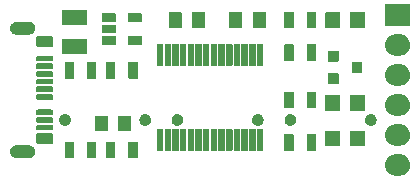
<source format=gts>
%TF.GenerationSoftware,KiCad,Pcbnew,7.0.11*%
%TF.CreationDate,2025-12-26T11:46:50-08:00*%
%TF.ProjectId,uart-friend-c,75617274-2d66-4726-9965-6e642d632e6b,rev?*%
%TF.SameCoordinates,PX9765530PY6521e48*%
%TF.FileFunction,Soldermask,Top*%
%TF.FilePolarity,Negative*%
%FSLAX46Y46*%
G04 Gerber Fmt 4.6, Leading zero omitted, Abs format (unit mm)*
G04 Created by KiCad (PCBNEW 7.0.11) date 2025-12-26 11:46:50*
%MOMM*%
%LPD*%
G01*
G04 APERTURE LIST*
G04 APERTURE END LIST*
G36*
X29998584Y3453476D02*
G01*
X30088548Y3448913D01*
X30137282Y3438899D01*
X30187348Y3433636D01*
X30229439Y3419960D01*
X30270824Y3411455D01*
X30318248Y3391104D01*
X30368995Y3374615D01*
X30404674Y3354016D01*
X30440646Y3338579D01*
X30485573Y3307309D01*
X30534401Y3279118D01*
X30562751Y3253592D01*
X30592324Y3233008D01*
X30632194Y3191064D01*
X30676337Y3151318D01*
X30696966Y3122925D01*
X30719650Y3099061D01*
X30751927Y3047277D01*
X30788601Y2996800D01*
X30801629Y2967538D01*
X30817402Y2942233D01*
X30839692Y2882046D01*
X30866285Y2822318D01*
X30872308Y2793979D01*
X30881586Y2768929D01*
X30891786Y2702344D01*
X30905995Y2635497D01*
X30905995Y2609594D01*
X30909569Y2586263D01*
X30905995Y2515788D01*
X30905995Y2444503D01*
X30901247Y2422167D01*
X30900209Y2401694D01*
X30881705Y2330232D01*
X30866285Y2257682D01*
X30858246Y2239628D01*
X30853887Y2222790D01*
X30819915Y2153533D01*
X30788601Y2083200D01*
X30778795Y2069704D01*
X30772504Y2056878D01*
X30723186Y1993165D01*
X30676337Y1928682D01*
X30666227Y1919580D01*
X30659383Y1910737D01*
X30595492Y1855890D01*
X30534401Y1800882D01*
X30525286Y1795620D01*
X30519162Y1790362D01*
X30441958Y1747511D01*
X30368995Y1705385D01*
X30361924Y1703088D01*
X30357583Y1700678D01*
X30268166Y1672624D01*
X30187348Y1646364D01*
X30183020Y1645910D01*
X30181251Y1645354D01*
X30072923Y1634338D01*
X29997400Y1626400D01*
X29994869Y1626400D01*
X29693870Y1626400D01*
X29692600Y1626400D01*
X29691415Y1626525D01*
X29601451Y1631088D01*
X29552725Y1641102D01*
X29502652Y1646364D01*
X29460553Y1660043D01*
X29419175Y1668546D01*
X29371756Y1688895D01*
X29321005Y1705385D01*
X29285321Y1725987D01*
X29249353Y1741422D01*
X29204428Y1772691D01*
X29155599Y1800882D01*
X29127247Y1826411D01*
X29097675Y1846993D01*
X29057804Y1888937D01*
X29013663Y1928682D01*
X28993033Y1957076D01*
X28970349Y1980940D01*
X28938069Y2032728D01*
X28901399Y2083200D01*
X28888371Y2112460D01*
X28872597Y2137768D01*
X28850303Y2197963D01*
X28823715Y2257682D01*
X28817692Y2286018D01*
X28808413Y2311072D01*
X28798210Y2377672D01*
X28784005Y2444503D01*
X28784005Y2470402D01*
X28780430Y2493738D01*
X28784005Y2564234D01*
X28784005Y2635497D01*
X28788751Y2657828D01*
X28789790Y2678307D01*
X28808299Y2749796D01*
X28823715Y2822318D01*
X28831750Y2840367D01*
X28836112Y2857211D01*
X28870099Y2926501D01*
X28901399Y2996800D01*
X28911200Y3010291D01*
X28917495Y3023123D01*
X28966840Y3086873D01*
X29013663Y3151318D01*
X29023766Y3160416D01*
X29030616Y3169264D01*
X29094551Y3224151D01*
X29155599Y3279118D01*
X29164706Y3284377D01*
X29170837Y3289639D01*
X29248111Y3332531D01*
X29321005Y3374615D01*
X29328069Y3376911D01*
X29332416Y3379323D01*
X29421951Y3407415D01*
X29502652Y3433636D01*
X29506973Y3434091D01*
X29508748Y3434647D01*
X29617212Y3445677D01*
X29692600Y3453600D01*
X29997400Y3453600D01*
X29998584Y3453476D01*
G37*
G36*
X2419134Y4491194D02*
G01*
X2435355Y4480355D01*
X2446194Y4464134D01*
X2450000Y4445000D01*
X2450000Y3145000D01*
X2446194Y3125866D01*
X2435355Y3109645D01*
X2419134Y3098806D01*
X2400000Y3095000D01*
X1700000Y3095000D01*
X1680866Y3098806D01*
X1664645Y3109645D01*
X1653806Y3125866D01*
X1650000Y3145000D01*
X1650000Y4445000D01*
X1653806Y4464134D01*
X1664645Y4480355D01*
X1680866Y4491194D01*
X1700000Y4495000D01*
X2400000Y4495000D01*
X2419134Y4491194D01*
G37*
G36*
X4319134Y4491194D02*
G01*
X4335355Y4480355D01*
X4346194Y4464134D01*
X4350000Y4445000D01*
X4350000Y3145000D01*
X4346194Y3125866D01*
X4335355Y3109645D01*
X4319134Y3098806D01*
X4300000Y3095000D01*
X3600000Y3095000D01*
X3580866Y3098806D01*
X3564645Y3109645D01*
X3553806Y3125866D01*
X3550000Y3145000D01*
X3550000Y4445000D01*
X3553806Y4464134D01*
X3564645Y4480355D01*
X3580866Y4491194D01*
X3600000Y4495000D01*
X4300000Y4495000D01*
X4319134Y4491194D01*
G37*
G36*
X5919134Y4491194D02*
G01*
X5935355Y4480355D01*
X5946194Y4464134D01*
X5950000Y4445000D01*
X5950000Y3145000D01*
X5946194Y3125866D01*
X5935355Y3109645D01*
X5919134Y3098806D01*
X5900000Y3095000D01*
X5200000Y3095000D01*
X5180866Y3098806D01*
X5164645Y3109645D01*
X5153806Y3125866D01*
X5150000Y3145000D01*
X5150000Y4445000D01*
X5153806Y4464134D01*
X5164645Y4480355D01*
X5180866Y4491194D01*
X5200000Y4495000D01*
X5900000Y4495000D01*
X5919134Y4491194D01*
G37*
G36*
X7819134Y4491194D02*
G01*
X7835355Y4480355D01*
X7846194Y4464134D01*
X7850000Y4445000D01*
X7850000Y3145000D01*
X7846194Y3125866D01*
X7835355Y3109645D01*
X7819134Y3098806D01*
X7800000Y3095000D01*
X7100000Y3095000D01*
X7080866Y3098806D01*
X7064645Y3109645D01*
X7053806Y3125866D01*
X7050000Y3145000D01*
X7050000Y4445000D01*
X7053806Y4464134D01*
X7064645Y4480355D01*
X7080866Y4491194D01*
X7100000Y4495000D01*
X7800000Y4495000D01*
X7819134Y4491194D01*
G37*
G36*
X-1315108Y4209877D02*
G01*
X-1280321Y4200131D01*
X-1247763Y4195844D01*
X-1211683Y4180899D01*
X-1170879Y4169466D01*
X-1142673Y4152314D01*
X-1115216Y4140940D01*
X-1081778Y4115282D01*
X-1042902Y4091641D01*
X-1022504Y4069800D01*
X-1001397Y4053604D01*
X-973852Y4017707D01*
X-940667Y3982174D01*
X-928356Y3958414D01*
X-914061Y3939785D01*
X-895565Y3895132D01*
X-871756Y3849184D01*
X-866949Y3826048D01*
X-859157Y3807238D01*
X-852446Y3756254D01*
X-841282Y3702533D01*
X-842681Y3682083D01*
X-840432Y3665000D01*
X-847546Y3610963D01*
X-851504Y3553099D01*
X-857317Y3536745D01*
X-859157Y3522763D01*
X-881187Y3469580D01*
X-901663Y3411964D01*
X-909866Y3400345D01*
X-914060Y3390217D01*
X-950940Y3342156D01*
X-988040Y3289596D01*
X-996638Y3282602D01*
X-1001399Y3276396D01*
X-1051830Y3237700D01*
X-1104229Y3195069D01*
X-1111505Y3191909D01*
X-1115216Y3189061D01*
X-1176572Y3163647D01*
X-1241612Y3135395D01*
X-1246345Y3134745D01*
X-1247763Y3134157D01*
X-1315551Y3125233D01*
X-1390000Y3115000D01*
X-1393275Y3115000D01*
X-2416725Y3115000D01*
X-2420000Y3115000D01*
X-2494892Y3120123D01*
X-2529684Y3129872D01*
X-2562238Y3134157D01*
X-2598314Y3149101D01*
X-2639121Y3160534D01*
X-2667331Y3177689D01*
X-2694785Y3189061D01*
X-2728222Y3214718D01*
X-2767098Y3238359D01*
X-2787498Y3260202D01*
X-2808604Y3276397D01*
X-2836150Y3312296D01*
X-2869333Y3347826D01*
X-2881645Y3371586D01*
X-2895940Y3390216D01*
X-2914439Y3434874D01*
X-2938244Y3480816D01*
X-2943052Y3503951D01*
X-2950844Y3522763D01*
X-2957558Y3573759D01*
X-2968718Y3627467D01*
X-2967320Y3647913D01*
X-2969569Y3665000D01*
X-2962453Y3719055D01*
X-2958496Y3776901D01*
X-2952686Y3793251D01*
X-2950844Y3807238D01*
X-2928805Y3860445D01*
X-2908337Y3918036D01*
X-2900139Y3929651D01*
X-2895941Y3939784D01*
X-2859041Y3987874D01*
X-2821960Y4040404D01*
X-2813368Y4047395D01*
X-2808602Y4053605D01*
X-2758133Y4092333D01*
X-2705771Y4134931D01*
X-2698501Y4138090D01*
X-2694785Y4140940D01*
X-2633359Y4166385D01*
X-2568388Y4194605D01*
X-2563661Y4195255D01*
X-2562238Y4195844D01*
X-2494345Y4204782D01*
X-2420000Y4215000D01*
X-1390000Y4215000D01*
X-1315108Y4209877D01*
G37*
G36*
X9989134Y5576194D02*
G01*
X10005355Y5565355D01*
X10016194Y5549134D01*
X10020000Y5530000D01*
X10020000Y3780000D01*
X10016194Y3760866D01*
X10005355Y3744645D01*
X9989134Y3733806D01*
X9970000Y3730000D01*
X9520000Y3730000D01*
X9500866Y3733806D01*
X9484645Y3744645D01*
X9473806Y3760866D01*
X9470000Y3780000D01*
X9470000Y5530000D01*
X9473806Y5549134D01*
X9484645Y5565355D01*
X9500866Y5576194D01*
X9520000Y5580000D01*
X9970000Y5580000D01*
X9989134Y5576194D01*
G37*
G36*
X10639134Y5576194D02*
G01*
X10655355Y5565355D01*
X10666194Y5549134D01*
X10670000Y5530000D01*
X10670000Y3780000D01*
X10666194Y3760866D01*
X10655355Y3744645D01*
X10639134Y3733806D01*
X10620000Y3730000D01*
X10170000Y3730000D01*
X10150866Y3733806D01*
X10134645Y3744645D01*
X10123806Y3760866D01*
X10120000Y3780000D01*
X10120000Y5530000D01*
X10123806Y5549134D01*
X10134645Y5565355D01*
X10150866Y5576194D01*
X10170000Y5580000D01*
X10620000Y5580000D01*
X10639134Y5576194D01*
G37*
G36*
X11289134Y5576194D02*
G01*
X11305355Y5565355D01*
X11316194Y5549134D01*
X11320000Y5530000D01*
X11320000Y3780000D01*
X11316194Y3760866D01*
X11305355Y3744645D01*
X11289134Y3733806D01*
X11270000Y3730000D01*
X10820000Y3730000D01*
X10800866Y3733806D01*
X10784645Y3744645D01*
X10773806Y3760866D01*
X10770000Y3780000D01*
X10770000Y5530000D01*
X10773806Y5549134D01*
X10784645Y5565355D01*
X10800866Y5576194D01*
X10820000Y5580000D01*
X11270000Y5580000D01*
X11289134Y5576194D01*
G37*
G36*
X11939134Y5576194D02*
G01*
X11955355Y5565355D01*
X11966194Y5549134D01*
X11970000Y5530000D01*
X11970000Y3780000D01*
X11966194Y3760866D01*
X11955355Y3744645D01*
X11939134Y3733806D01*
X11920000Y3730000D01*
X11470000Y3730000D01*
X11450866Y3733806D01*
X11434645Y3744645D01*
X11423806Y3760866D01*
X11420000Y3780000D01*
X11420000Y5530000D01*
X11423806Y5549134D01*
X11434645Y5565355D01*
X11450866Y5576194D01*
X11470000Y5580000D01*
X11920000Y5580000D01*
X11939134Y5576194D01*
G37*
G36*
X12589134Y5576194D02*
G01*
X12605355Y5565355D01*
X12616194Y5549134D01*
X12620000Y5530000D01*
X12620000Y3780000D01*
X12616194Y3760866D01*
X12605355Y3744645D01*
X12589134Y3733806D01*
X12570000Y3730000D01*
X12120000Y3730000D01*
X12100866Y3733806D01*
X12084645Y3744645D01*
X12073806Y3760866D01*
X12070000Y3780000D01*
X12070000Y5530000D01*
X12073806Y5549134D01*
X12084645Y5565355D01*
X12100866Y5576194D01*
X12120000Y5580000D01*
X12570000Y5580000D01*
X12589134Y5576194D01*
G37*
G36*
X13239134Y5576194D02*
G01*
X13255355Y5565355D01*
X13266194Y5549134D01*
X13270000Y5530000D01*
X13270000Y3780000D01*
X13266194Y3760866D01*
X13255355Y3744645D01*
X13239134Y3733806D01*
X13220000Y3730000D01*
X12770000Y3730000D01*
X12750866Y3733806D01*
X12734645Y3744645D01*
X12723806Y3760866D01*
X12720000Y3780000D01*
X12720000Y5530000D01*
X12723806Y5549134D01*
X12734645Y5565355D01*
X12750866Y5576194D01*
X12770000Y5580000D01*
X13220000Y5580000D01*
X13239134Y5576194D01*
G37*
G36*
X13889134Y5576194D02*
G01*
X13905355Y5565355D01*
X13916194Y5549134D01*
X13920000Y5530000D01*
X13920000Y3780000D01*
X13916194Y3760866D01*
X13905355Y3744645D01*
X13889134Y3733806D01*
X13870000Y3730000D01*
X13420000Y3730000D01*
X13400866Y3733806D01*
X13384645Y3744645D01*
X13373806Y3760866D01*
X13370000Y3780000D01*
X13370000Y5530000D01*
X13373806Y5549134D01*
X13384645Y5565355D01*
X13400866Y5576194D01*
X13420000Y5580000D01*
X13870000Y5580000D01*
X13889134Y5576194D01*
G37*
G36*
X14539134Y5576194D02*
G01*
X14555355Y5565355D01*
X14566194Y5549134D01*
X14570000Y5530000D01*
X14570000Y3780000D01*
X14566194Y3760866D01*
X14555355Y3744645D01*
X14539134Y3733806D01*
X14520000Y3730000D01*
X14070000Y3730000D01*
X14050866Y3733806D01*
X14034645Y3744645D01*
X14023806Y3760866D01*
X14020000Y3780000D01*
X14020000Y5530000D01*
X14023806Y5549134D01*
X14034645Y5565355D01*
X14050866Y5576194D01*
X14070000Y5580000D01*
X14520000Y5580000D01*
X14539134Y5576194D01*
G37*
G36*
X15189134Y5576194D02*
G01*
X15205355Y5565355D01*
X15216194Y5549134D01*
X15220000Y5530000D01*
X15220000Y3780000D01*
X15216194Y3760866D01*
X15205355Y3744645D01*
X15189134Y3733806D01*
X15170000Y3730000D01*
X14720000Y3730000D01*
X14700866Y3733806D01*
X14684645Y3744645D01*
X14673806Y3760866D01*
X14670000Y3780000D01*
X14670000Y5530000D01*
X14673806Y5549134D01*
X14684645Y5565355D01*
X14700866Y5576194D01*
X14720000Y5580000D01*
X15170000Y5580000D01*
X15189134Y5576194D01*
G37*
G36*
X15839134Y5576194D02*
G01*
X15855355Y5565355D01*
X15866194Y5549134D01*
X15870000Y5530000D01*
X15870000Y3780000D01*
X15866194Y3760866D01*
X15855355Y3744645D01*
X15839134Y3733806D01*
X15820000Y3730000D01*
X15370000Y3730000D01*
X15350866Y3733806D01*
X15334645Y3744645D01*
X15323806Y3760866D01*
X15320000Y3780000D01*
X15320000Y5530000D01*
X15323806Y5549134D01*
X15334645Y5565355D01*
X15350866Y5576194D01*
X15370000Y5580000D01*
X15820000Y5580000D01*
X15839134Y5576194D01*
G37*
G36*
X16489134Y5576194D02*
G01*
X16505355Y5565355D01*
X16516194Y5549134D01*
X16520000Y5530000D01*
X16520000Y3780000D01*
X16516194Y3760866D01*
X16505355Y3744645D01*
X16489134Y3733806D01*
X16470000Y3730000D01*
X16020000Y3730000D01*
X16000866Y3733806D01*
X15984645Y3744645D01*
X15973806Y3760866D01*
X15970000Y3780000D01*
X15970000Y5530000D01*
X15973806Y5549134D01*
X15984645Y5565355D01*
X16000866Y5576194D01*
X16020000Y5580000D01*
X16470000Y5580000D01*
X16489134Y5576194D01*
G37*
G36*
X17139134Y5576194D02*
G01*
X17155355Y5565355D01*
X17166194Y5549134D01*
X17170000Y5530000D01*
X17170000Y3780000D01*
X17166194Y3760866D01*
X17155355Y3744645D01*
X17139134Y3733806D01*
X17120000Y3730000D01*
X16670000Y3730000D01*
X16650866Y3733806D01*
X16634645Y3744645D01*
X16623806Y3760866D01*
X16620000Y3780000D01*
X16620000Y5530000D01*
X16623806Y5549134D01*
X16634645Y5565355D01*
X16650866Y5576194D01*
X16670000Y5580000D01*
X17120000Y5580000D01*
X17139134Y5576194D01*
G37*
G36*
X17789134Y5576194D02*
G01*
X17805355Y5565355D01*
X17816194Y5549134D01*
X17820000Y5530000D01*
X17820000Y3780000D01*
X17816194Y3760866D01*
X17805355Y3744645D01*
X17789134Y3733806D01*
X17770000Y3730000D01*
X17320000Y3730000D01*
X17300866Y3733806D01*
X17284645Y3744645D01*
X17273806Y3760866D01*
X17270000Y3780000D01*
X17270000Y5530000D01*
X17273806Y5549134D01*
X17284645Y5565355D01*
X17300866Y5576194D01*
X17320000Y5580000D01*
X17770000Y5580000D01*
X17789134Y5576194D01*
G37*
G36*
X18439134Y5576194D02*
G01*
X18455355Y5565355D01*
X18466194Y5549134D01*
X18470000Y5530000D01*
X18470000Y3780000D01*
X18466194Y3760866D01*
X18455355Y3744645D01*
X18439134Y3733806D01*
X18420000Y3730000D01*
X17970000Y3730000D01*
X17950866Y3733806D01*
X17934645Y3744645D01*
X17923806Y3760866D01*
X17920000Y3780000D01*
X17920000Y5530000D01*
X17923806Y5549134D01*
X17934645Y5565355D01*
X17950866Y5576194D01*
X17970000Y5580000D01*
X18420000Y5580000D01*
X18439134Y5576194D01*
G37*
G36*
X21009134Y5141194D02*
G01*
X21025355Y5130355D01*
X21036194Y5114134D01*
X21040000Y5095000D01*
X21040000Y3795000D01*
X21036194Y3775866D01*
X21025355Y3759645D01*
X21009134Y3748806D01*
X20990000Y3745000D01*
X20290000Y3745000D01*
X20270866Y3748806D01*
X20254645Y3759645D01*
X20243806Y3775866D01*
X20240000Y3795000D01*
X20240000Y5095000D01*
X20243806Y5114134D01*
X20254645Y5130355D01*
X20270866Y5141194D01*
X20290000Y5145000D01*
X20990000Y5145000D01*
X21009134Y5141194D01*
G37*
G36*
X22909134Y5141194D02*
G01*
X22925355Y5130355D01*
X22936194Y5114134D01*
X22940000Y5095000D01*
X22940000Y3795000D01*
X22936194Y3775866D01*
X22925355Y3759645D01*
X22909134Y3748806D01*
X22890000Y3745000D01*
X22190000Y3745000D01*
X22170866Y3748806D01*
X22154645Y3759645D01*
X22143806Y3775866D01*
X22140000Y3795000D01*
X22140000Y5095000D01*
X22143806Y5114134D01*
X22154645Y5130355D01*
X22170866Y5141194D01*
X22190000Y5145000D01*
X22890000Y5145000D01*
X22909134Y5141194D01*
G37*
G36*
X24969554Y5440634D02*
G01*
X24985775Y5429795D01*
X24996614Y5413574D01*
X25000420Y5394440D01*
X25000420Y4195560D01*
X24996614Y4176426D01*
X24985775Y4160205D01*
X24969554Y4149366D01*
X24950420Y4145560D01*
X23751540Y4145560D01*
X23732406Y4149366D01*
X23716185Y4160205D01*
X23705346Y4176426D01*
X23701540Y4195560D01*
X23701540Y5394440D01*
X23705346Y5413574D01*
X23716185Y5429795D01*
X23732406Y5440634D01*
X23751540Y5444440D01*
X24950420Y5444440D01*
X24969554Y5440634D01*
G37*
G36*
X27067594Y5440634D02*
G01*
X27083815Y5429795D01*
X27094654Y5413574D01*
X27098460Y5394440D01*
X27098460Y4195560D01*
X27094654Y4176426D01*
X27083815Y4160205D01*
X27067594Y4149366D01*
X27048460Y4145560D01*
X25849580Y4145560D01*
X25830446Y4149366D01*
X25814225Y4160205D01*
X25803386Y4176426D01*
X25799580Y4195560D01*
X25799580Y5394440D01*
X25803386Y5413574D01*
X25814225Y5429795D01*
X25830446Y5440634D01*
X25849580Y5444440D01*
X27048460Y5444440D01*
X27067594Y5440634D01*
G37*
G36*
X29998584Y5993476D02*
G01*
X30088548Y5988913D01*
X30137282Y5978899D01*
X30187348Y5973636D01*
X30229439Y5959960D01*
X30270824Y5951455D01*
X30318248Y5931104D01*
X30368995Y5914615D01*
X30404674Y5894016D01*
X30440646Y5878579D01*
X30485573Y5847309D01*
X30534401Y5819118D01*
X30562751Y5793592D01*
X30592324Y5773008D01*
X30632194Y5731064D01*
X30676337Y5691318D01*
X30696966Y5662925D01*
X30719650Y5639061D01*
X30751927Y5587277D01*
X30788601Y5536800D01*
X30801629Y5507538D01*
X30817402Y5482233D01*
X30839692Y5422046D01*
X30866285Y5362318D01*
X30872308Y5333979D01*
X30881586Y5308929D01*
X30891786Y5242344D01*
X30905995Y5175497D01*
X30905995Y5149594D01*
X30909569Y5126263D01*
X30905995Y5055788D01*
X30905995Y4984503D01*
X30901247Y4962167D01*
X30900209Y4941694D01*
X30881705Y4870232D01*
X30866285Y4797682D01*
X30858246Y4779628D01*
X30853887Y4762790D01*
X30819915Y4693533D01*
X30788601Y4623200D01*
X30778795Y4609704D01*
X30772504Y4596878D01*
X30723186Y4533165D01*
X30676337Y4468682D01*
X30666227Y4459580D01*
X30659383Y4450737D01*
X30595492Y4395890D01*
X30534401Y4340882D01*
X30525286Y4335620D01*
X30519162Y4330362D01*
X30441958Y4287511D01*
X30368995Y4245385D01*
X30361924Y4243088D01*
X30357583Y4240678D01*
X30268166Y4212624D01*
X30187348Y4186364D01*
X30183020Y4185910D01*
X30181251Y4185354D01*
X30072923Y4174338D01*
X29997400Y4166400D01*
X29994869Y4166400D01*
X29693870Y4166400D01*
X29692600Y4166400D01*
X29691415Y4166525D01*
X29601451Y4171088D01*
X29552725Y4181102D01*
X29502652Y4186364D01*
X29460553Y4200043D01*
X29419175Y4208546D01*
X29371756Y4228895D01*
X29321005Y4245385D01*
X29285321Y4265987D01*
X29249353Y4281422D01*
X29204428Y4312691D01*
X29155599Y4340882D01*
X29127247Y4366411D01*
X29097675Y4386993D01*
X29057804Y4428937D01*
X29013663Y4468682D01*
X28993033Y4497076D01*
X28970349Y4520940D01*
X28938069Y4572728D01*
X28901399Y4623200D01*
X28888371Y4652460D01*
X28872597Y4677768D01*
X28850303Y4737963D01*
X28823715Y4797682D01*
X28817692Y4826018D01*
X28808413Y4851072D01*
X28798210Y4917672D01*
X28784005Y4984503D01*
X28784005Y5010402D01*
X28780430Y5033738D01*
X28784005Y5104234D01*
X28784005Y5175497D01*
X28788751Y5197828D01*
X28789790Y5218307D01*
X28808299Y5289796D01*
X28823715Y5362318D01*
X28831750Y5380367D01*
X28836112Y5397211D01*
X28870099Y5466501D01*
X28901399Y5536800D01*
X28911200Y5550291D01*
X28917495Y5563123D01*
X28966840Y5626873D01*
X29013663Y5691318D01*
X29023766Y5700416D01*
X29030616Y5709264D01*
X29094551Y5764151D01*
X29155599Y5819118D01*
X29164706Y5824377D01*
X29170837Y5829639D01*
X29248111Y5872531D01*
X29321005Y5914615D01*
X29328069Y5916911D01*
X29332416Y5919323D01*
X29421951Y5947415D01*
X29502652Y5973636D01*
X29506973Y5974091D01*
X29508748Y5974647D01*
X29617212Y5985677D01*
X29692600Y5993600D01*
X29997400Y5993600D01*
X29998584Y5993476D01*
G37*
G36*
X585489Y5228963D02*
G01*
X632530Y5197530D01*
X663963Y5150489D01*
X675000Y5095000D01*
X675000Y4485000D01*
X663963Y4429511D01*
X632530Y4382470D01*
X585489Y4351037D01*
X530000Y4340000D01*
X-620000Y4340000D01*
X-675489Y4351037D01*
X-722530Y4382470D01*
X-753963Y4429511D01*
X-765000Y4485000D01*
X-765000Y5095000D01*
X-753963Y5150489D01*
X-722530Y5197530D01*
X-675489Y5228963D01*
X-620000Y5240000D01*
X530000Y5240000D01*
X585489Y5228963D01*
G37*
G36*
X5269134Y6716194D02*
G01*
X5285355Y6705355D01*
X5296194Y6689134D01*
X5300000Y6670000D01*
X5300000Y5420000D01*
X5296194Y5400866D01*
X5285355Y5384645D01*
X5269134Y5373806D01*
X5250000Y5370000D01*
X4250000Y5370000D01*
X4230866Y5373806D01*
X4214645Y5384645D01*
X4203806Y5400866D01*
X4200000Y5420000D01*
X4200000Y6670000D01*
X4203806Y6689134D01*
X4214645Y6705355D01*
X4230866Y6716194D01*
X4250000Y6720000D01*
X5250000Y6720000D01*
X5269134Y6716194D01*
G37*
G36*
X7269134Y6716194D02*
G01*
X7285355Y6705355D01*
X7296194Y6689134D01*
X7300000Y6670000D01*
X7300000Y5420000D01*
X7296194Y5400866D01*
X7285355Y5384645D01*
X7269134Y5373806D01*
X7250000Y5370000D01*
X6250000Y5370000D01*
X6230866Y5373806D01*
X6214645Y5384645D01*
X6203806Y5400866D01*
X6200000Y5420000D01*
X6200000Y6670000D01*
X6203806Y6689134D01*
X6214645Y6705355D01*
X6230866Y6716194D01*
X6250000Y6720000D01*
X7250000Y6720000D01*
X7269134Y6716194D01*
G37*
G36*
X585489Y5928963D02*
G01*
X632530Y5897530D01*
X663963Y5850489D01*
X675000Y5795000D01*
X675000Y5605000D01*
X663963Y5549511D01*
X632530Y5502470D01*
X585489Y5471037D01*
X530000Y5460000D01*
X-620000Y5460000D01*
X-675489Y5471037D01*
X-722530Y5502470D01*
X-753963Y5549511D01*
X-765000Y5605000D01*
X-765000Y5795000D01*
X-753963Y5850489D01*
X-722530Y5897530D01*
X-675489Y5928963D01*
X-620000Y5940000D01*
X530000Y5940000D01*
X585489Y5928963D01*
G37*
G36*
X1715381Y6844911D02*
G01*
X1751157Y6844911D01*
X1780235Y6836373D01*
X1809296Y6832547D01*
X1848332Y6816378D01*
X1887708Y6804816D01*
X1908491Y6791460D01*
X1929783Y6782640D01*
X1968798Y6752703D01*
X2007430Y6727875D01*
X2019883Y6713503D01*
X2033249Y6703247D01*
X2067899Y6658090D01*
X2100627Y6620320D01*
X2106134Y6608262D01*
X2112638Y6599785D01*
X2138322Y6537778D01*
X2159746Y6490866D01*
X2160805Y6483500D01*
X2162546Y6479297D01*
X2174880Y6385610D01*
X2180000Y6350000D01*
X2174879Y6314388D01*
X2162546Y6220704D01*
X2160805Y6216502D01*
X2159746Y6209134D01*
X2138321Y6162220D01*
X2112639Y6100217D01*
X2106134Y6091741D01*
X2100627Y6079680D01*
X2067887Y6041897D01*
X2033247Y5996753D01*
X2019887Y5986502D01*
X2007430Y5972125D01*
X1968788Y5947292D01*
X1929783Y5917361D01*
X1908496Y5908544D01*
X1887708Y5895184D01*
X1848323Y5883620D01*
X1809296Y5867454D01*
X1780241Y5863629D01*
X1751157Y5855089D01*
X1715374Y5855089D01*
X1680000Y5850432D01*
X1644626Y5855089D01*
X1608843Y5855089D01*
X1579759Y5863629D01*
X1550703Y5867454D01*
X1511672Y5883621D01*
X1472292Y5895184D01*
X1451505Y5908543D01*
X1430216Y5917361D01*
X1391204Y5947296D01*
X1352570Y5972125D01*
X1340114Y5986500D01*
X1326752Y5996753D01*
X1292103Y6041907D01*
X1259373Y6079680D01*
X1253866Y6091738D01*
X1247360Y6100217D01*
X1221668Y6162243D01*
X1200254Y6209134D01*
X1199195Y6216498D01*
X1197453Y6220704D01*
X1185108Y6314471D01*
X1180000Y6350000D01*
X1185108Y6385527D01*
X1197453Y6479297D01*
X1199195Y6483504D01*
X1200254Y6490866D01*
X1221666Y6537755D01*
X1247361Y6599785D01*
X1253867Y6608265D01*
X1259373Y6620320D01*
X1292089Y6658077D01*
X1326751Y6703249D01*
X1340120Y6713509D01*
X1352570Y6727875D01*
X1391192Y6752697D01*
X1430215Y6782639D01*
X1451508Y6791459D01*
X1472292Y6804816D01*
X1511665Y6816378D01*
X1550703Y6832547D01*
X1579765Y6836374D01*
X1608843Y6844911D01*
X1644618Y6844911D01*
X1680000Y6849569D01*
X1715381Y6844911D01*
G37*
G36*
X8515381Y6844911D02*
G01*
X8551157Y6844911D01*
X8580235Y6836373D01*
X8609296Y6832547D01*
X8648332Y6816378D01*
X8687708Y6804816D01*
X8708491Y6791460D01*
X8729783Y6782640D01*
X8768798Y6752703D01*
X8807430Y6727875D01*
X8819883Y6713503D01*
X8833249Y6703247D01*
X8867899Y6658090D01*
X8900627Y6620320D01*
X8906134Y6608262D01*
X8912638Y6599785D01*
X8938322Y6537778D01*
X8959746Y6490866D01*
X8960805Y6483500D01*
X8962546Y6479297D01*
X8974880Y6385610D01*
X8980000Y6350000D01*
X8974879Y6314388D01*
X8962546Y6220704D01*
X8960805Y6216502D01*
X8959746Y6209134D01*
X8938321Y6162220D01*
X8912639Y6100217D01*
X8906134Y6091741D01*
X8900627Y6079680D01*
X8867887Y6041897D01*
X8833247Y5996753D01*
X8819887Y5986502D01*
X8807430Y5972125D01*
X8768788Y5947292D01*
X8729783Y5917361D01*
X8708496Y5908544D01*
X8687708Y5895184D01*
X8648323Y5883620D01*
X8609296Y5867454D01*
X8580241Y5863629D01*
X8551157Y5855089D01*
X8515374Y5855089D01*
X8480000Y5850432D01*
X8444626Y5855089D01*
X8408843Y5855089D01*
X8379759Y5863629D01*
X8350703Y5867454D01*
X8311672Y5883621D01*
X8272292Y5895184D01*
X8251505Y5908543D01*
X8230216Y5917361D01*
X8191204Y5947296D01*
X8152570Y5972125D01*
X8140114Y5986500D01*
X8126752Y5996753D01*
X8092103Y6041907D01*
X8059373Y6079680D01*
X8053866Y6091738D01*
X8047360Y6100217D01*
X8021668Y6162243D01*
X8000254Y6209134D01*
X7999195Y6216498D01*
X7997453Y6220704D01*
X7985108Y6314471D01*
X7980000Y6350000D01*
X7985108Y6385527D01*
X7997453Y6479297D01*
X7999195Y6483504D01*
X8000254Y6490866D01*
X8021666Y6537755D01*
X8047361Y6599785D01*
X8053867Y6608265D01*
X8059373Y6620320D01*
X8092089Y6658077D01*
X8126751Y6703249D01*
X8140120Y6713509D01*
X8152570Y6727875D01*
X8191192Y6752697D01*
X8230215Y6782639D01*
X8251508Y6791459D01*
X8272292Y6804816D01*
X8311665Y6816378D01*
X8350703Y6832547D01*
X8379765Y6836374D01*
X8408843Y6844911D01*
X8444618Y6844911D01*
X8480000Y6849569D01*
X8515381Y6844911D01*
G37*
G36*
X11240381Y6844911D02*
G01*
X11276157Y6844911D01*
X11305235Y6836373D01*
X11334296Y6832547D01*
X11373332Y6816378D01*
X11412708Y6804816D01*
X11433491Y6791460D01*
X11454783Y6782640D01*
X11493798Y6752703D01*
X11532430Y6727875D01*
X11544883Y6713503D01*
X11558249Y6703247D01*
X11592899Y6658090D01*
X11625627Y6620320D01*
X11631134Y6608262D01*
X11637638Y6599785D01*
X11663322Y6537778D01*
X11684746Y6490866D01*
X11685805Y6483500D01*
X11687546Y6479297D01*
X11699880Y6385610D01*
X11705000Y6350000D01*
X11699879Y6314388D01*
X11687546Y6220704D01*
X11685805Y6216502D01*
X11684746Y6209134D01*
X11663321Y6162220D01*
X11637639Y6100217D01*
X11631134Y6091741D01*
X11625627Y6079680D01*
X11592887Y6041897D01*
X11558247Y5996753D01*
X11544887Y5986502D01*
X11532430Y5972125D01*
X11493788Y5947292D01*
X11454783Y5917361D01*
X11433496Y5908544D01*
X11412708Y5895184D01*
X11373323Y5883620D01*
X11334296Y5867454D01*
X11305241Y5863629D01*
X11276157Y5855089D01*
X11240374Y5855089D01*
X11205000Y5850432D01*
X11169626Y5855089D01*
X11133843Y5855089D01*
X11104759Y5863629D01*
X11075703Y5867454D01*
X11036672Y5883621D01*
X10997292Y5895184D01*
X10976505Y5908543D01*
X10955216Y5917361D01*
X10916204Y5947296D01*
X10877570Y5972125D01*
X10865114Y5986500D01*
X10851752Y5996753D01*
X10817103Y6041907D01*
X10784373Y6079680D01*
X10778866Y6091738D01*
X10772360Y6100217D01*
X10746668Y6162243D01*
X10725254Y6209134D01*
X10724195Y6216498D01*
X10722453Y6220704D01*
X10710108Y6314471D01*
X10705000Y6350000D01*
X10710108Y6385527D01*
X10722453Y6479297D01*
X10724195Y6483504D01*
X10725254Y6490866D01*
X10746666Y6537755D01*
X10772361Y6599785D01*
X10778867Y6608265D01*
X10784373Y6620320D01*
X10817089Y6658077D01*
X10851751Y6703249D01*
X10865120Y6713509D01*
X10877570Y6727875D01*
X10916192Y6752697D01*
X10955215Y6782639D01*
X10976508Y6791459D01*
X10997292Y6804816D01*
X11036665Y6816378D01*
X11075703Y6832547D01*
X11104765Y6836374D01*
X11133843Y6844911D01*
X11169618Y6844911D01*
X11205000Y6849569D01*
X11240381Y6844911D01*
G37*
G36*
X18040381Y6844911D02*
G01*
X18076157Y6844911D01*
X18105235Y6836373D01*
X18134296Y6832547D01*
X18173332Y6816378D01*
X18212708Y6804816D01*
X18233491Y6791460D01*
X18254783Y6782640D01*
X18293798Y6752703D01*
X18332430Y6727875D01*
X18344883Y6713503D01*
X18358249Y6703247D01*
X18392899Y6658090D01*
X18425627Y6620320D01*
X18431134Y6608262D01*
X18437638Y6599785D01*
X18463322Y6537778D01*
X18484746Y6490866D01*
X18485805Y6483500D01*
X18487546Y6479297D01*
X18499880Y6385610D01*
X18505000Y6350000D01*
X18499879Y6314388D01*
X18487546Y6220704D01*
X18485805Y6216502D01*
X18484746Y6209134D01*
X18463321Y6162220D01*
X18437639Y6100217D01*
X18431134Y6091741D01*
X18425627Y6079680D01*
X18392887Y6041897D01*
X18358247Y5996753D01*
X18344887Y5986502D01*
X18332430Y5972125D01*
X18293788Y5947292D01*
X18254783Y5917361D01*
X18233496Y5908544D01*
X18212708Y5895184D01*
X18173323Y5883620D01*
X18134296Y5867454D01*
X18105241Y5863629D01*
X18076157Y5855089D01*
X18040374Y5855089D01*
X18005000Y5850432D01*
X17969626Y5855089D01*
X17933843Y5855089D01*
X17904759Y5863629D01*
X17875703Y5867454D01*
X17836672Y5883621D01*
X17797292Y5895184D01*
X17776505Y5908543D01*
X17755216Y5917361D01*
X17716204Y5947296D01*
X17677570Y5972125D01*
X17665114Y5986500D01*
X17651752Y5996753D01*
X17617103Y6041907D01*
X17584373Y6079680D01*
X17578866Y6091738D01*
X17572360Y6100217D01*
X17546668Y6162243D01*
X17525254Y6209134D01*
X17524195Y6216498D01*
X17522453Y6220704D01*
X17510108Y6314471D01*
X17505000Y6350000D01*
X17510108Y6385527D01*
X17522453Y6479297D01*
X17524195Y6483504D01*
X17525254Y6490866D01*
X17546666Y6537755D01*
X17572361Y6599785D01*
X17578867Y6608265D01*
X17584373Y6620320D01*
X17617089Y6658077D01*
X17651751Y6703249D01*
X17665120Y6713509D01*
X17677570Y6727875D01*
X17716192Y6752697D01*
X17755215Y6782639D01*
X17776508Y6791459D01*
X17797292Y6804816D01*
X17836665Y6816378D01*
X17875703Y6832547D01*
X17904765Y6836374D01*
X17933843Y6844911D01*
X17969618Y6844911D01*
X18005000Y6849569D01*
X18040381Y6844911D01*
G37*
G36*
X20805381Y6844911D02*
G01*
X20841157Y6844911D01*
X20870235Y6836373D01*
X20899296Y6832547D01*
X20938332Y6816378D01*
X20977708Y6804816D01*
X20998491Y6791460D01*
X21019783Y6782640D01*
X21058798Y6752703D01*
X21097430Y6727875D01*
X21109883Y6713503D01*
X21123249Y6703247D01*
X21157899Y6658090D01*
X21190627Y6620320D01*
X21196134Y6608262D01*
X21202638Y6599785D01*
X21228322Y6537778D01*
X21249746Y6490866D01*
X21250805Y6483500D01*
X21252546Y6479297D01*
X21264880Y6385610D01*
X21270000Y6350000D01*
X21264879Y6314388D01*
X21252546Y6220704D01*
X21250805Y6216502D01*
X21249746Y6209134D01*
X21228321Y6162220D01*
X21202639Y6100217D01*
X21196134Y6091741D01*
X21190627Y6079680D01*
X21157887Y6041897D01*
X21123247Y5996753D01*
X21109887Y5986502D01*
X21097430Y5972125D01*
X21058788Y5947292D01*
X21019783Y5917361D01*
X20998496Y5908544D01*
X20977708Y5895184D01*
X20938323Y5883620D01*
X20899296Y5867454D01*
X20870241Y5863629D01*
X20841157Y5855089D01*
X20805374Y5855089D01*
X20770000Y5850432D01*
X20734626Y5855089D01*
X20698843Y5855089D01*
X20669759Y5863629D01*
X20640703Y5867454D01*
X20601672Y5883621D01*
X20562292Y5895184D01*
X20541505Y5908543D01*
X20520216Y5917361D01*
X20481204Y5947296D01*
X20442570Y5972125D01*
X20430114Y5986500D01*
X20416752Y5996753D01*
X20382103Y6041907D01*
X20349373Y6079680D01*
X20343866Y6091738D01*
X20337360Y6100217D01*
X20311668Y6162243D01*
X20290254Y6209134D01*
X20289195Y6216498D01*
X20287453Y6220704D01*
X20275108Y6314471D01*
X20270000Y6350000D01*
X20275108Y6385527D01*
X20287453Y6479297D01*
X20289195Y6483504D01*
X20290254Y6490866D01*
X20311666Y6537755D01*
X20337361Y6599785D01*
X20343867Y6608265D01*
X20349373Y6620320D01*
X20382089Y6658077D01*
X20416751Y6703249D01*
X20430120Y6713509D01*
X20442570Y6727875D01*
X20481192Y6752697D01*
X20520215Y6782639D01*
X20541508Y6791459D01*
X20562292Y6804816D01*
X20601665Y6816378D01*
X20640703Y6832547D01*
X20669765Y6836374D01*
X20698843Y6844911D01*
X20734618Y6844911D01*
X20770000Y6849569D01*
X20805381Y6844911D01*
G37*
G36*
X27605381Y6844911D02*
G01*
X27641157Y6844911D01*
X27670235Y6836373D01*
X27699296Y6832547D01*
X27738332Y6816378D01*
X27777708Y6804816D01*
X27798491Y6791460D01*
X27819783Y6782640D01*
X27858798Y6752703D01*
X27897430Y6727875D01*
X27909883Y6713503D01*
X27923249Y6703247D01*
X27957899Y6658090D01*
X27990627Y6620320D01*
X27996134Y6608262D01*
X28002638Y6599785D01*
X28028322Y6537778D01*
X28049746Y6490866D01*
X28050805Y6483500D01*
X28052546Y6479297D01*
X28064880Y6385610D01*
X28070000Y6350000D01*
X28064879Y6314388D01*
X28052546Y6220704D01*
X28050805Y6216502D01*
X28049746Y6209134D01*
X28028321Y6162220D01*
X28002639Y6100217D01*
X27996134Y6091741D01*
X27990627Y6079680D01*
X27957887Y6041897D01*
X27923247Y5996753D01*
X27909887Y5986502D01*
X27897430Y5972125D01*
X27858788Y5947292D01*
X27819783Y5917361D01*
X27798496Y5908544D01*
X27777708Y5895184D01*
X27738323Y5883620D01*
X27699296Y5867454D01*
X27670241Y5863629D01*
X27641157Y5855089D01*
X27605374Y5855089D01*
X27570000Y5850432D01*
X27534626Y5855089D01*
X27498843Y5855089D01*
X27469759Y5863629D01*
X27440703Y5867454D01*
X27401672Y5883621D01*
X27362292Y5895184D01*
X27341505Y5908543D01*
X27320216Y5917361D01*
X27281204Y5947296D01*
X27242570Y5972125D01*
X27230114Y5986500D01*
X27216752Y5996753D01*
X27182103Y6041907D01*
X27149373Y6079680D01*
X27143866Y6091738D01*
X27137360Y6100217D01*
X27111668Y6162243D01*
X27090254Y6209134D01*
X27089195Y6216498D01*
X27087453Y6220704D01*
X27075108Y6314471D01*
X27070000Y6350000D01*
X27075108Y6385527D01*
X27087453Y6479297D01*
X27089195Y6483504D01*
X27090254Y6490866D01*
X27111666Y6537755D01*
X27137361Y6599785D01*
X27143867Y6608265D01*
X27149373Y6620320D01*
X27182089Y6658077D01*
X27216751Y6703249D01*
X27230120Y6713509D01*
X27242570Y6727875D01*
X27281192Y6752697D01*
X27320215Y6782639D01*
X27341508Y6791459D01*
X27362292Y6804816D01*
X27401665Y6816378D01*
X27440703Y6832547D01*
X27469765Y6836374D01*
X27498843Y6844911D01*
X27534618Y6844911D01*
X27570000Y6849569D01*
X27605381Y6844911D01*
G37*
G36*
X585489Y6578963D02*
G01*
X632530Y6547530D01*
X663963Y6500489D01*
X675000Y6445000D01*
X675000Y6255000D01*
X663963Y6199511D01*
X632530Y6152470D01*
X585489Y6121037D01*
X530000Y6110000D01*
X-620000Y6110000D01*
X-675489Y6121037D01*
X-722530Y6152470D01*
X-753963Y6199511D01*
X-765000Y6255000D01*
X-765000Y6445000D01*
X-753963Y6500489D01*
X-722530Y6547530D01*
X-675489Y6578963D01*
X-620000Y6590000D01*
X530000Y6590000D01*
X585489Y6578963D01*
G37*
G36*
X29998584Y8533476D02*
G01*
X30088548Y8528913D01*
X30137282Y8518899D01*
X30187348Y8513636D01*
X30229439Y8499960D01*
X30270824Y8491455D01*
X30318248Y8471104D01*
X30368995Y8454615D01*
X30404674Y8434016D01*
X30440646Y8418579D01*
X30485573Y8387309D01*
X30534401Y8359118D01*
X30562751Y8333592D01*
X30592324Y8313008D01*
X30632194Y8271064D01*
X30676337Y8231318D01*
X30696966Y8202925D01*
X30719650Y8179061D01*
X30751927Y8127277D01*
X30788601Y8076800D01*
X30801629Y8047538D01*
X30817402Y8022233D01*
X30839692Y7962046D01*
X30866285Y7902318D01*
X30872308Y7873979D01*
X30881586Y7848929D01*
X30891786Y7782344D01*
X30905995Y7715497D01*
X30905995Y7689594D01*
X30909569Y7666263D01*
X30905995Y7595788D01*
X30905995Y7524503D01*
X30901247Y7502167D01*
X30900209Y7481694D01*
X30881705Y7410232D01*
X30866285Y7337682D01*
X30858246Y7319628D01*
X30853887Y7302790D01*
X30819915Y7233533D01*
X30788601Y7163200D01*
X30778795Y7149704D01*
X30772504Y7136878D01*
X30723186Y7073165D01*
X30676337Y7008682D01*
X30666227Y6999580D01*
X30659383Y6990737D01*
X30595492Y6935890D01*
X30534401Y6880882D01*
X30525286Y6875620D01*
X30519162Y6870362D01*
X30441958Y6827511D01*
X30368995Y6785385D01*
X30361924Y6783088D01*
X30357583Y6780678D01*
X30268166Y6752624D01*
X30187348Y6726364D01*
X30183020Y6725910D01*
X30181251Y6725354D01*
X30072923Y6714338D01*
X29997400Y6706400D01*
X29994869Y6706400D01*
X29693870Y6706400D01*
X29692600Y6706400D01*
X29691415Y6706525D01*
X29601451Y6711088D01*
X29552725Y6721102D01*
X29502652Y6726364D01*
X29460553Y6740043D01*
X29419175Y6748546D01*
X29371756Y6768895D01*
X29321005Y6785385D01*
X29285321Y6805987D01*
X29249353Y6821422D01*
X29204428Y6852691D01*
X29155599Y6880882D01*
X29127247Y6906411D01*
X29097675Y6926993D01*
X29057804Y6968937D01*
X29013663Y7008682D01*
X28993033Y7037076D01*
X28970349Y7060940D01*
X28938069Y7112728D01*
X28901399Y7163200D01*
X28888371Y7192460D01*
X28872597Y7217768D01*
X28850303Y7277963D01*
X28823715Y7337682D01*
X28817692Y7366018D01*
X28808413Y7391072D01*
X28798210Y7457672D01*
X28784005Y7524503D01*
X28784005Y7550402D01*
X28780430Y7573738D01*
X28784005Y7644234D01*
X28784005Y7715497D01*
X28788751Y7737828D01*
X28789790Y7758307D01*
X28808299Y7829796D01*
X28823715Y7902318D01*
X28831750Y7920367D01*
X28836112Y7937211D01*
X28870099Y8006501D01*
X28901399Y8076800D01*
X28911200Y8090291D01*
X28917495Y8103123D01*
X28966840Y8166873D01*
X29013663Y8231318D01*
X29023766Y8240416D01*
X29030616Y8249264D01*
X29094551Y8304151D01*
X29155599Y8359118D01*
X29164706Y8364377D01*
X29170837Y8369639D01*
X29248111Y8412531D01*
X29321005Y8454615D01*
X29328069Y8456911D01*
X29332416Y8459323D01*
X29421951Y8487415D01*
X29502652Y8513636D01*
X29506973Y8514091D01*
X29508748Y8514647D01*
X29617212Y8525677D01*
X29692600Y8533600D01*
X29997400Y8533600D01*
X29998584Y8533476D01*
G37*
G36*
X585489Y7228963D02*
G01*
X632530Y7197530D01*
X663963Y7150489D01*
X675000Y7095000D01*
X675000Y6905000D01*
X663963Y6849511D01*
X632530Y6802470D01*
X585489Y6771037D01*
X530000Y6760000D01*
X-620000Y6760000D01*
X-675489Y6771037D01*
X-722530Y6802470D01*
X-753963Y6849511D01*
X-765000Y6905000D01*
X-765000Y7095000D01*
X-753963Y7150489D01*
X-722530Y7197530D01*
X-675489Y7228963D01*
X-620000Y7240000D01*
X530000Y7240000D01*
X585489Y7228963D01*
G37*
G36*
X24969554Y8440634D02*
G01*
X24985775Y8429795D01*
X24996614Y8413574D01*
X25000420Y8394440D01*
X25000420Y7195560D01*
X24996614Y7176426D01*
X24985775Y7160205D01*
X24969554Y7149366D01*
X24950420Y7145560D01*
X23751540Y7145560D01*
X23732406Y7149366D01*
X23716185Y7160205D01*
X23705346Y7176426D01*
X23701540Y7195560D01*
X23701540Y8394440D01*
X23705346Y8413574D01*
X23716185Y8429795D01*
X23732406Y8440634D01*
X23751540Y8444440D01*
X24950420Y8444440D01*
X24969554Y8440634D01*
G37*
G36*
X27067594Y8440634D02*
G01*
X27083815Y8429795D01*
X27094654Y8413574D01*
X27098460Y8394440D01*
X27098460Y7195560D01*
X27094654Y7176426D01*
X27083815Y7160205D01*
X27067594Y7149366D01*
X27048460Y7145560D01*
X25849580Y7145560D01*
X25830446Y7149366D01*
X25814225Y7160205D01*
X25803386Y7176426D01*
X25799580Y7195560D01*
X25799580Y8394440D01*
X25803386Y8413574D01*
X25814225Y8429795D01*
X25830446Y8440634D01*
X25849580Y8444440D01*
X27048460Y8444440D01*
X27067594Y8440634D01*
G37*
G36*
X21009134Y8741194D02*
G01*
X21025355Y8730355D01*
X21036194Y8714134D01*
X21040000Y8695000D01*
X21040000Y7395000D01*
X21036194Y7375866D01*
X21025355Y7359645D01*
X21009134Y7348806D01*
X20990000Y7345000D01*
X20290000Y7345000D01*
X20270866Y7348806D01*
X20254645Y7359645D01*
X20243806Y7375866D01*
X20240000Y7395000D01*
X20240000Y8695000D01*
X20243806Y8714134D01*
X20254645Y8730355D01*
X20270866Y8741194D01*
X20290000Y8745000D01*
X20990000Y8745000D01*
X21009134Y8741194D01*
G37*
G36*
X22909134Y8741194D02*
G01*
X22925355Y8730355D01*
X22936194Y8714134D01*
X22940000Y8695000D01*
X22940000Y7395000D01*
X22936194Y7375866D01*
X22925355Y7359645D01*
X22909134Y7348806D01*
X22890000Y7345000D01*
X22190000Y7345000D01*
X22170866Y7348806D01*
X22154645Y7359645D01*
X22143806Y7375866D01*
X22140000Y7395000D01*
X22140000Y8695000D01*
X22143806Y8714134D01*
X22154645Y8730355D01*
X22170866Y8741194D01*
X22190000Y8745000D01*
X22890000Y8745000D01*
X22909134Y8741194D01*
G37*
G36*
X585489Y8528963D02*
G01*
X632530Y8497530D01*
X663963Y8450489D01*
X675000Y8395000D01*
X675000Y8205000D01*
X663963Y8149511D01*
X632530Y8102470D01*
X585489Y8071037D01*
X530000Y8060000D01*
X-620000Y8060000D01*
X-675489Y8071037D01*
X-722530Y8102470D01*
X-753963Y8149511D01*
X-765000Y8205000D01*
X-765000Y8395000D01*
X-753963Y8450489D01*
X-722530Y8497530D01*
X-675489Y8528963D01*
X-620000Y8540000D01*
X530000Y8540000D01*
X585489Y8528963D01*
G37*
G36*
X585489Y9178963D02*
G01*
X632530Y9147530D01*
X663963Y9100489D01*
X675000Y9045000D01*
X675000Y8855000D01*
X663963Y8799511D01*
X632530Y8752470D01*
X585489Y8721037D01*
X530000Y8710000D01*
X-620000Y8710000D01*
X-675489Y8721037D01*
X-722530Y8752470D01*
X-753963Y8799511D01*
X-765000Y8855000D01*
X-765000Y9045000D01*
X-753963Y9100489D01*
X-722530Y9147530D01*
X-675489Y9178963D01*
X-620000Y9190000D01*
X530000Y9190000D01*
X585489Y9178963D01*
G37*
G36*
X29998584Y11073476D02*
G01*
X30088548Y11068913D01*
X30137282Y11058899D01*
X30187348Y11053636D01*
X30229439Y11039960D01*
X30270824Y11031455D01*
X30318248Y11011104D01*
X30368995Y10994615D01*
X30404674Y10974016D01*
X30440646Y10958579D01*
X30485573Y10927309D01*
X30534401Y10899118D01*
X30562751Y10873592D01*
X30592324Y10853008D01*
X30632194Y10811064D01*
X30676337Y10771318D01*
X30696966Y10742925D01*
X30719650Y10719061D01*
X30751927Y10667277D01*
X30788601Y10616800D01*
X30801629Y10587538D01*
X30817402Y10562233D01*
X30839692Y10502046D01*
X30866285Y10442318D01*
X30872308Y10413979D01*
X30881586Y10388929D01*
X30891786Y10322344D01*
X30905995Y10255497D01*
X30905995Y10229594D01*
X30909569Y10206263D01*
X30905995Y10135788D01*
X30905995Y10064503D01*
X30901247Y10042167D01*
X30900209Y10021694D01*
X30881705Y9950232D01*
X30866285Y9877682D01*
X30858246Y9859628D01*
X30853887Y9842790D01*
X30819915Y9773533D01*
X30788601Y9703200D01*
X30778795Y9689704D01*
X30772504Y9676878D01*
X30723186Y9613165D01*
X30676337Y9548682D01*
X30666227Y9539580D01*
X30659383Y9530737D01*
X30595492Y9475890D01*
X30534401Y9420882D01*
X30525286Y9415620D01*
X30519162Y9410362D01*
X30441958Y9367511D01*
X30368995Y9325385D01*
X30361924Y9323088D01*
X30357583Y9320678D01*
X30268166Y9292624D01*
X30187348Y9266364D01*
X30183020Y9265910D01*
X30181251Y9265354D01*
X30072923Y9254338D01*
X29997400Y9246400D01*
X29994869Y9246400D01*
X29693870Y9246400D01*
X29692600Y9246400D01*
X29691415Y9246525D01*
X29601451Y9251088D01*
X29552725Y9261102D01*
X29502652Y9266364D01*
X29460553Y9280043D01*
X29419175Y9288546D01*
X29371756Y9308895D01*
X29321005Y9325385D01*
X29285321Y9345987D01*
X29249353Y9361422D01*
X29204428Y9392691D01*
X29155599Y9420882D01*
X29127247Y9446411D01*
X29097675Y9466993D01*
X29057804Y9508937D01*
X29013663Y9548682D01*
X28993033Y9577076D01*
X28970349Y9600940D01*
X28938069Y9652728D01*
X28901399Y9703200D01*
X28888371Y9732460D01*
X28872597Y9757768D01*
X28850303Y9817963D01*
X28823715Y9877682D01*
X28817692Y9906018D01*
X28808413Y9931072D01*
X28798210Y9997672D01*
X28784005Y10064503D01*
X28784005Y10090402D01*
X28780430Y10113738D01*
X28784005Y10184234D01*
X28784005Y10255497D01*
X28788751Y10277828D01*
X28789790Y10298307D01*
X28808299Y10369796D01*
X28823715Y10442318D01*
X28831750Y10460367D01*
X28836112Y10477211D01*
X28870099Y10546501D01*
X28901399Y10616800D01*
X28911200Y10630291D01*
X28917495Y10643123D01*
X28966840Y10706873D01*
X29013663Y10771318D01*
X29023766Y10780416D01*
X29030616Y10789264D01*
X29094551Y10844151D01*
X29155599Y10899118D01*
X29164706Y10904377D01*
X29170837Y10909639D01*
X29248111Y10952531D01*
X29321005Y10994615D01*
X29328069Y10996911D01*
X29332416Y10999323D01*
X29421951Y11027415D01*
X29502652Y11053636D01*
X29506973Y11054091D01*
X29508748Y11054647D01*
X29617212Y11065677D01*
X29692600Y11073600D01*
X29997400Y11073600D01*
X29998584Y11073476D01*
G37*
G36*
X585489Y9828963D02*
G01*
X632530Y9797530D01*
X663963Y9750489D01*
X675000Y9695000D01*
X675000Y9505000D01*
X663963Y9449511D01*
X632530Y9402470D01*
X585489Y9371037D01*
X530000Y9360000D01*
X-620000Y9360000D01*
X-675489Y9371037D01*
X-722530Y9402470D01*
X-753963Y9449511D01*
X-765000Y9505000D01*
X-765000Y9695000D01*
X-753963Y9750489D01*
X-722530Y9797530D01*
X-675489Y9828963D01*
X-620000Y9840000D01*
X530000Y9840000D01*
X585489Y9828963D01*
G37*
G36*
X24818424Y10291244D02*
G01*
X24834645Y10280405D01*
X24845484Y10264184D01*
X24849290Y10245050D01*
X24849290Y9444950D01*
X24845484Y9425816D01*
X24834645Y9409595D01*
X24818424Y9398756D01*
X24799290Y9394950D01*
X23999190Y9394950D01*
X23980056Y9398756D01*
X23963835Y9409595D01*
X23952996Y9425816D01*
X23949190Y9444950D01*
X23949190Y10245050D01*
X23952996Y10264184D01*
X23963835Y10280405D01*
X23980056Y10291244D01*
X23999190Y10295050D01*
X24799290Y10295050D01*
X24818424Y10291244D01*
G37*
G36*
X2419134Y11241194D02*
G01*
X2435355Y11230355D01*
X2446194Y11214134D01*
X2450000Y11195000D01*
X2450000Y9895000D01*
X2446194Y9875866D01*
X2435355Y9859645D01*
X2419134Y9848806D01*
X2400000Y9845000D01*
X1700000Y9845000D01*
X1680866Y9848806D01*
X1664645Y9859645D01*
X1653806Y9875866D01*
X1650000Y9895000D01*
X1650000Y11195000D01*
X1653806Y11214134D01*
X1664645Y11230355D01*
X1680866Y11241194D01*
X1700000Y11245000D01*
X2400000Y11245000D01*
X2419134Y11241194D01*
G37*
G36*
X4319134Y11241194D02*
G01*
X4335355Y11230355D01*
X4346194Y11214134D01*
X4350000Y11195000D01*
X4350000Y9895000D01*
X4346194Y9875866D01*
X4335355Y9859645D01*
X4319134Y9848806D01*
X4300000Y9845000D01*
X3600000Y9845000D01*
X3580866Y9848806D01*
X3564645Y9859645D01*
X3553806Y9875866D01*
X3550000Y9895000D01*
X3550000Y11195000D01*
X3553806Y11214134D01*
X3564645Y11230355D01*
X3580866Y11241194D01*
X3600000Y11245000D01*
X4300000Y11245000D01*
X4319134Y11241194D01*
G37*
G36*
X5919134Y11241194D02*
G01*
X5935355Y11230355D01*
X5946194Y11214134D01*
X5950000Y11195000D01*
X5950000Y9895000D01*
X5946194Y9875866D01*
X5935355Y9859645D01*
X5919134Y9848806D01*
X5900000Y9845000D01*
X5200000Y9845000D01*
X5180866Y9848806D01*
X5164645Y9859645D01*
X5153806Y9875866D01*
X5150000Y9895000D01*
X5150000Y11195000D01*
X5153806Y11214134D01*
X5164645Y11230355D01*
X5180866Y11241194D01*
X5200000Y11245000D01*
X5900000Y11245000D01*
X5919134Y11241194D01*
G37*
G36*
X7819134Y11241194D02*
G01*
X7835355Y11230355D01*
X7846194Y11214134D01*
X7850000Y11195000D01*
X7850000Y9895000D01*
X7846194Y9875866D01*
X7835355Y9859645D01*
X7819134Y9848806D01*
X7800000Y9845000D01*
X7100000Y9845000D01*
X7080866Y9848806D01*
X7064645Y9859645D01*
X7053806Y9875866D01*
X7050000Y9895000D01*
X7050000Y11195000D01*
X7053806Y11214134D01*
X7064645Y11230355D01*
X7080866Y11241194D01*
X7100000Y11245000D01*
X7800000Y11245000D01*
X7819134Y11241194D01*
G37*
G36*
X585489Y10478963D02*
G01*
X632530Y10447530D01*
X663963Y10400489D01*
X675000Y10345000D01*
X675000Y10155000D01*
X663963Y10099511D01*
X632530Y10052470D01*
X585489Y10021037D01*
X530000Y10010000D01*
X-620000Y10010000D01*
X-675489Y10021037D01*
X-722530Y10052470D01*
X-753963Y10099511D01*
X-765000Y10155000D01*
X-765000Y10345000D01*
X-753963Y10400489D01*
X-722530Y10447530D01*
X-675489Y10478963D01*
X-620000Y10490000D01*
X530000Y10490000D01*
X585489Y10478963D01*
G37*
G36*
X26817404Y11241244D02*
G01*
X26833625Y11230405D01*
X26844464Y11214184D01*
X26848270Y11195050D01*
X26848270Y10394950D01*
X26844464Y10375816D01*
X26833625Y10359595D01*
X26817404Y10348756D01*
X26798270Y10344950D01*
X25998170Y10344950D01*
X25979036Y10348756D01*
X25962815Y10359595D01*
X25951976Y10375816D01*
X25948170Y10394950D01*
X25948170Y11195050D01*
X25951976Y11214184D01*
X25962815Y11230405D01*
X25979036Y11241244D01*
X25998170Y11245050D01*
X26798270Y11245050D01*
X26817404Y11241244D01*
G37*
G36*
X585489Y11128963D02*
G01*
X632530Y11097530D01*
X663963Y11050489D01*
X675000Y10995000D01*
X675000Y10805000D01*
X663963Y10749511D01*
X632530Y10702470D01*
X585489Y10671037D01*
X530000Y10660000D01*
X-620000Y10660000D01*
X-675489Y10671037D01*
X-722530Y10702470D01*
X-753963Y10749511D01*
X-765000Y10805000D01*
X-765000Y10995000D01*
X-753963Y11050489D01*
X-722530Y11097530D01*
X-675489Y11128963D01*
X-620000Y11140000D01*
X530000Y11140000D01*
X585489Y11128963D01*
G37*
G36*
X9989134Y12776194D02*
G01*
X10005355Y12765355D01*
X10016194Y12749134D01*
X10020000Y12730000D01*
X10020000Y10980000D01*
X10016194Y10960866D01*
X10005355Y10944645D01*
X9989134Y10933806D01*
X9970000Y10930000D01*
X9520000Y10930000D01*
X9500866Y10933806D01*
X9484645Y10944645D01*
X9473806Y10960866D01*
X9470000Y10980000D01*
X9470000Y12730000D01*
X9473806Y12749134D01*
X9484645Y12765355D01*
X9500866Y12776194D01*
X9520000Y12780000D01*
X9970000Y12780000D01*
X9989134Y12776194D01*
G37*
G36*
X10639134Y12776194D02*
G01*
X10655355Y12765355D01*
X10666194Y12749134D01*
X10670000Y12730000D01*
X10670000Y10980000D01*
X10666194Y10960866D01*
X10655355Y10944645D01*
X10639134Y10933806D01*
X10620000Y10930000D01*
X10170000Y10930000D01*
X10150866Y10933806D01*
X10134645Y10944645D01*
X10123806Y10960866D01*
X10120000Y10980000D01*
X10120000Y12730000D01*
X10123806Y12749134D01*
X10134645Y12765355D01*
X10150866Y12776194D01*
X10170000Y12780000D01*
X10620000Y12780000D01*
X10639134Y12776194D01*
G37*
G36*
X11289134Y12776194D02*
G01*
X11305355Y12765355D01*
X11316194Y12749134D01*
X11320000Y12730000D01*
X11320000Y10980000D01*
X11316194Y10960866D01*
X11305355Y10944645D01*
X11289134Y10933806D01*
X11270000Y10930000D01*
X10820000Y10930000D01*
X10800866Y10933806D01*
X10784645Y10944645D01*
X10773806Y10960866D01*
X10770000Y10980000D01*
X10770000Y12730000D01*
X10773806Y12749134D01*
X10784645Y12765355D01*
X10800866Y12776194D01*
X10820000Y12780000D01*
X11270000Y12780000D01*
X11289134Y12776194D01*
G37*
G36*
X11939134Y12776194D02*
G01*
X11955355Y12765355D01*
X11966194Y12749134D01*
X11970000Y12730000D01*
X11970000Y10980000D01*
X11966194Y10960866D01*
X11955355Y10944645D01*
X11939134Y10933806D01*
X11920000Y10930000D01*
X11470000Y10930000D01*
X11450866Y10933806D01*
X11434645Y10944645D01*
X11423806Y10960866D01*
X11420000Y10980000D01*
X11420000Y12730000D01*
X11423806Y12749134D01*
X11434645Y12765355D01*
X11450866Y12776194D01*
X11470000Y12780000D01*
X11920000Y12780000D01*
X11939134Y12776194D01*
G37*
G36*
X12589134Y12776194D02*
G01*
X12605355Y12765355D01*
X12616194Y12749134D01*
X12620000Y12730000D01*
X12620000Y10980000D01*
X12616194Y10960866D01*
X12605355Y10944645D01*
X12589134Y10933806D01*
X12570000Y10930000D01*
X12120000Y10930000D01*
X12100866Y10933806D01*
X12084645Y10944645D01*
X12073806Y10960866D01*
X12070000Y10980000D01*
X12070000Y12730000D01*
X12073806Y12749134D01*
X12084645Y12765355D01*
X12100866Y12776194D01*
X12120000Y12780000D01*
X12570000Y12780000D01*
X12589134Y12776194D01*
G37*
G36*
X13239134Y12776194D02*
G01*
X13255355Y12765355D01*
X13266194Y12749134D01*
X13270000Y12730000D01*
X13270000Y10980000D01*
X13266194Y10960866D01*
X13255355Y10944645D01*
X13239134Y10933806D01*
X13220000Y10930000D01*
X12770000Y10930000D01*
X12750866Y10933806D01*
X12734645Y10944645D01*
X12723806Y10960866D01*
X12720000Y10980000D01*
X12720000Y12730000D01*
X12723806Y12749134D01*
X12734645Y12765355D01*
X12750866Y12776194D01*
X12770000Y12780000D01*
X13220000Y12780000D01*
X13239134Y12776194D01*
G37*
G36*
X13889134Y12776194D02*
G01*
X13905355Y12765355D01*
X13916194Y12749134D01*
X13920000Y12730000D01*
X13920000Y10980000D01*
X13916194Y10960866D01*
X13905355Y10944645D01*
X13889134Y10933806D01*
X13870000Y10930000D01*
X13420000Y10930000D01*
X13400866Y10933806D01*
X13384645Y10944645D01*
X13373806Y10960866D01*
X13370000Y10980000D01*
X13370000Y12730000D01*
X13373806Y12749134D01*
X13384645Y12765355D01*
X13400866Y12776194D01*
X13420000Y12780000D01*
X13870000Y12780000D01*
X13889134Y12776194D01*
G37*
G36*
X14539134Y12776194D02*
G01*
X14555355Y12765355D01*
X14566194Y12749134D01*
X14570000Y12730000D01*
X14570000Y10980000D01*
X14566194Y10960866D01*
X14555355Y10944645D01*
X14539134Y10933806D01*
X14520000Y10930000D01*
X14070000Y10930000D01*
X14050866Y10933806D01*
X14034645Y10944645D01*
X14023806Y10960866D01*
X14020000Y10980000D01*
X14020000Y12730000D01*
X14023806Y12749134D01*
X14034645Y12765355D01*
X14050866Y12776194D01*
X14070000Y12780000D01*
X14520000Y12780000D01*
X14539134Y12776194D01*
G37*
G36*
X15189134Y12776194D02*
G01*
X15205355Y12765355D01*
X15216194Y12749134D01*
X15220000Y12730000D01*
X15220000Y10980000D01*
X15216194Y10960866D01*
X15205355Y10944645D01*
X15189134Y10933806D01*
X15170000Y10930000D01*
X14720000Y10930000D01*
X14700866Y10933806D01*
X14684645Y10944645D01*
X14673806Y10960866D01*
X14670000Y10980000D01*
X14670000Y12730000D01*
X14673806Y12749134D01*
X14684645Y12765355D01*
X14700866Y12776194D01*
X14720000Y12780000D01*
X15170000Y12780000D01*
X15189134Y12776194D01*
G37*
G36*
X15839134Y12776194D02*
G01*
X15855355Y12765355D01*
X15866194Y12749134D01*
X15870000Y12730000D01*
X15870000Y10980000D01*
X15866194Y10960866D01*
X15855355Y10944645D01*
X15839134Y10933806D01*
X15820000Y10930000D01*
X15370000Y10930000D01*
X15350866Y10933806D01*
X15334645Y10944645D01*
X15323806Y10960866D01*
X15320000Y10980000D01*
X15320000Y12730000D01*
X15323806Y12749134D01*
X15334645Y12765355D01*
X15350866Y12776194D01*
X15370000Y12780000D01*
X15820000Y12780000D01*
X15839134Y12776194D01*
G37*
G36*
X16489134Y12776194D02*
G01*
X16505355Y12765355D01*
X16516194Y12749134D01*
X16520000Y12730000D01*
X16520000Y10980000D01*
X16516194Y10960866D01*
X16505355Y10944645D01*
X16489134Y10933806D01*
X16470000Y10930000D01*
X16020000Y10930000D01*
X16000866Y10933806D01*
X15984645Y10944645D01*
X15973806Y10960866D01*
X15970000Y10980000D01*
X15970000Y12730000D01*
X15973806Y12749134D01*
X15984645Y12765355D01*
X16000866Y12776194D01*
X16020000Y12780000D01*
X16470000Y12780000D01*
X16489134Y12776194D01*
G37*
G36*
X17139134Y12776194D02*
G01*
X17155355Y12765355D01*
X17166194Y12749134D01*
X17170000Y12730000D01*
X17170000Y10980000D01*
X17166194Y10960866D01*
X17155355Y10944645D01*
X17139134Y10933806D01*
X17120000Y10930000D01*
X16670000Y10930000D01*
X16650866Y10933806D01*
X16634645Y10944645D01*
X16623806Y10960866D01*
X16620000Y10980000D01*
X16620000Y12730000D01*
X16623806Y12749134D01*
X16634645Y12765355D01*
X16650866Y12776194D01*
X16670000Y12780000D01*
X17120000Y12780000D01*
X17139134Y12776194D01*
G37*
G36*
X17789134Y12776194D02*
G01*
X17805355Y12765355D01*
X17816194Y12749134D01*
X17820000Y12730000D01*
X17820000Y10980000D01*
X17816194Y10960866D01*
X17805355Y10944645D01*
X17789134Y10933806D01*
X17770000Y10930000D01*
X17320000Y10930000D01*
X17300866Y10933806D01*
X17284645Y10944645D01*
X17273806Y10960866D01*
X17270000Y10980000D01*
X17270000Y12730000D01*
X17273806Y12749134D01*
X17284645Y12765355D01*
X17300866Y12776194D01*
X17320000Y12780000D01*
X17770000Y12780000D01*
X17789134Y12776194D01*
G37*
G36*
X18439134Y12776194D02*
G01*
X18455355Y12765355D01*
X18466194Y12749134D01*
X18470000Y12730000D01*
X18470000Y10980000D01*
X18466194Y10960866D01*
X18455355Y10944645D01*
X18439134Y10933806D01*
X18420000Y10930000D01*
X17970000Y10930000D01*
X17950866Y10933806D01*
X17934645Y10944645D01*
X17923806Y10960866D01*
X17920000Y10980000D01*
X17920000Y12730000D01*
X17923806Y12749134D01*
X17934645Y12765355D01*
X17950866Y12776194D01*
X17970000Y12780000D01*
X18420000Y12780000D01*
X18439134Y12776194D01*
G37*
G36*
X24818424Y12191244D02*
G01*
X24834645Y12180405D01*
X24845484Y12164184D01*
X24849290Y12145050D01*
X24849290Y11344950D01*
X24845484Y11325816D01*
X24834645Y11309595D01*
X24818424Y11298756D01*
X24799290Y11294950D01*
X23999190Y11294950D01*
X23980056Y11298756D01*
X23963835Y11309595D01*
X23952996Y11325816D01*
X23949190Y11344950D01*
X23949190Y12145050D01*
X23952996Y12164184D01*
X23963835Y12180405D01*
X23980056Y12191244D01*
X23999190Y12195050D01*
X24799290Y12195050D01*
X24818424Y12191244D01*
G37*
G36*
X585489Y11778963D02*
G01*
X632530Y11747530D01*
X663963Y11700489D01*
X675000Y11645000D01*
X675000Y11455000D01*
X663963Y11399511D01*
X632530Y11352470D01*
X585489Y11321037D01*
X530000Y11310000D01*
X-620000Y11310000D01*
X-675489Y11321037D01*
X-722530Y11352470D01*
X-753963Y11399511D01*
X-765000Y11455000D01*
X-765000Y11645000D01*
X-753963Y11700489D01*
X-722530Y11747530D01*
X-675489Y11778963D01*
X-620000Y11790000D01*
X530000Y11790000D01*
X585489Y11778963D01*
G37*
G36*
X21009134Y12741194D02*
G01*
X21025355Y12730355D01*
X21036194Y12714134D01*
X21040000Y12695000D01*
X21040000Y11395000D01*
X21036194Y11375866D01*
X21025355Y11359645D01*
X21009134Y11348806D01*
X20990000Y11345000D01*
X20290000Y11345000D01*
X20270866Y11348806D01*
X20254645Y11359645D01*
X20243806Y11375866D01*
X20240000Y11395000D01*
X20240000Y12695000D01*
X20243806Y12714134D01*
X20254645Y12730355D01*
X20270866Y12741194D01*
X20290000Y12745000D01*
X20990000Y12745000D01*
X21009134Y12741194D01*
G37*
G36*
X22909134Y12741194D02*
G01*
X22925355Y12730355D01*
X22936194Y12714134D01*
X22940000Y12695000D01*
X22940000Y11395000D01*
X22936194Y11375866D01*
X22925355Y11359645D01*
X22909134Y11348806D01*
X22890000Y11345000D01*
X22190000Y11345000D01*
X22170866Y11348806D01*
X22154645Y11359645D01*
X22143806Y11375866D01*
X22140000Y11395000D01*
X22140000Y12695000D01*
X22143806Y12714134D01*
X22154645Y12730355D01*
X22170866Y12741194D01*
X22190000Y12745000D01*
X22890000Y12745000D01*
X22909134Y12741194D01*
G37*
G36*
X29998584Y13613476D02*
G01*
X30088548Y13608913D01*
X30137282Y13598899D01*
X30187348Y13593636D01*
X30229439Y13579960D01*
X30270824Y13571455D01*
X30318248Y13551104D01*
X30368995Y13534615D01*
X30404674Y13514016D01*
X30440646Y13498579D01*
X30485573Y13467309D01*
X30534401Y13439118D01*
X30562751Y13413592D01*
X30592324Y13393008D01*
X30632194Y13351064D01*
X30676337Y13311318D01*
X30696966Y13282925D01*
X30719650Y13259061D01*
X30751927Y13207277D01*
X30788601Y13156800D01*
X30801629Y13127538D01*
X30817402Y13102233D01*
X30839692Y13042046D01*
X30866285Y12982318D01*
X30872308Y12953979D01*
X30881586Y12928929D01*
X30891786Y12862344D01*
X30905995Y12795497D01*
X30905995Y12769594D01*
X30909569Y12746263D01*
X30905995Y12675788D01*
X30905995Y12604503D01*
X30901247Y12582167D01*
X30900209Y12561694D01*
X30881705Y12490232D01*
X30866285Y12417682D01*
X30858246Y12399628D01*
X30853887Y12382790D01*
X30819915Y12313533D01*
X30788601Y12243200D01*
X30778795Y12229704D01*
X30772504Y12216878D01*
X30723186Y12153165D01*
X30676337Y12088682D01*
X30666227Y12079580D01*
X30659383Y12070737D01*
X30595492Y12015890D01*
X30534401Y11960882D01*
X30525286Y11955620D01*
X30519162Y11950362D01*
X30441958Y11907511D01*
X30368995Y11865385D01*
X30361924Y11863088D01*
X30357583Y11860678D01*
X30268166Y11832624D01*
X30187348Y11806364D01*
X30183020Y11805910D01*
X30181251Y11805354D01*
X30072923Y11794338D01*
X29997400Y11786400D01*
X29994869Y11786400D01*
X29693870Y11786400D01*
X29692600Y11786400D01*
X29691415Y11786525D01*
X29601451Y11791088D01*
X29552725Y11801102D01*
X29502652Y11806364D01*
X29460553Y11820043D01*
X29419175Y11828546D01*
X29371756Y11848895D01*
X29321005Y11865385D01*
X29285321Y11885987D01*
X29249353Y11901422D01*
X29204428Y11932691D01*
X29155599Y11960882D01*
X29127247Y11986411D01*
X29097675Y12006993D01*
X29057804Y12048937D01*
X29013663Y12088682D01*
X28993033Y12117076D01*
X28970349Y12140940D01*
X28938069Y12192728D01*
X28901399Y12243200D01*
X28888371Y12272460D01*
X28872597Y12297768D01*
X28850303Y12357963D01*
X28823715Y12417682D01*
X28817692Y12446018D01*
X28808413Y12471072D01*
X28798210Y12537672D01*
X28784005Y12604503D01*
X28784005Y12630402D01*
X28780430Y12653738D01*
X28784005Y12724234D01*
X28784005Y12795497D01*
X28788751Y12817828D01*
X28789790Y12838307D01*
X28808299Y12909796D01*
X28823715Y12982318D01*
X28831750Y13000367D01*
X28836112Y13017211D01*
X28870099Y13086501D01*
X28901399Y13156800D01*
X28911200Y13170291D01*
X28917495Y13183123D01*
X28966840Y13246873D01*
X29013663Y13311318D01*
X29023766Y13320416D01*
X29030616Y13329264D01*
X29094551Y13384151D01*
X29155599Y13439118D01*
X29164706Y13444377D01*
X29170837Y13449639D01*
X29248111Y13492531D01*
X29321005Y13534615D01*
X29328069Y13536911D01*
X29332416Y13539323D01*
X29421951Y13567415D01*
X29502652Y13593636D01*
X29506973Y13594091D01*
X29508748Y13594647D01*
X29617212Y13605677D01*
X29692600Y13613600D01*
X29997400Y13613600D01*
X29998584Y13613476D01*
G37*
G36*
X3533864Y13207464D02*
G01*
X3550085Y13196625D01*
X3560924Y13180404D01*
X3564730Y13161270D01*
X3564730Y12020810D01*
X3560924Y12001676D01*
X3550085Y11985455D01*
X3533864Y11974616D01*
X3514730Y11970810D01*
X1485270Y11970810D01*
X1466136Y11974616D01*
X1449915Y11985455D01*
X1439076Y12001676D01*
X1435270Y12020810D01*
X1435270Y13161270D01*
X1439076Y13180404D01*
X1449915Y13196625D01*
X1466136Y13207464D01*
X1485270Y13211270D01*
X3514730Y13211270D01*
X3533864Y13207464D01*
G37*
G36*
X585489Y13428963D02*
G01*
X632530Y13397530D01*
X663963Y13350489D01*
X675000Y13295000D01*
X675000Y12685000D01*
X663963Y12629511D01*
X632530Y12582470D01*
X585489Y12551037D01*
X530000Y12540000D01*
X-620000Y12540000D01*
X-675489Y12551037D01*
X-722530Y12582470D01*
X-753963Y12629511D01*
X-765000Y12685000D01*
X-765000Y13295000D01*
X-753963Y13350489D01*
X-722530Y13397530D01*
X-675489Y13428963D01*
X-620000Y13440000D01*
X530000Y13440000D01*
X585489Y13428963D01*
G37*
G36*
X5949134Y13466194D02*
G01*
X5965355Y13455355D01*
X5976194Y13439134D01*
X5980000Y13420000D01*
X5980000Y12770000D01*
X5976194Y12750866D01*
X5965355Y12734645D01*
X5949134Y12723806D01*
X5930000Y12720000D01*
X4870000Y12720000D01*
X4850866Y12723806D01*
X4834645Y12734645D01*
X4823806Y12750866D01*
X4820000Y12770000D01*
X4820000Y13420000D01*
X4823806Y13439134D01*
X4834645Y13455355D01*
X4850866Y13466194D01*
X4870000Y13470000D01*
X5930000Y13470000D01*
X5949134Y13466194D01*
G37*
G36*
X8149134Y13466194D02*
G01*
X8165355Y13455355D01*
X8176194Y13439134D01*
X8180000Y13420000D01*
X8180000Y12770000D01*
X8176194Y12750866D01*
X8165355Y12734645D01*
X8149134Y12723806D01*
X8130000Y12720000D01*
X7070000Y12720000D01*
X7050866Y12723806D01*
X7034645Y12734645D01*
X7023806Y12750866D01*
X7020000Y12770000D01*
X7020000Y13420000D01*
X7023806Y13439134D01*
X7034645Y13455355D01*
X7050866Y13466194D01*
X7070000Y13470000D01*
X8130000Y13470000D01*
X8149134Y13466194D01*
G37*
G36*
X-1315108Y14659877D02*
G01*
X-1280321Y14650131D01*
X-1247763Y14645844D01*
X-1211683Y14630899D01*
X-1170879Y14619466D01*
X-1142673Y14602314D01*
X-1115216Y14590940D01*
X-1081778Y14565282D01*
X-1042902Y14541641D01*
X-1022504Y14519800D01*
X-1001397Y14503604D01*
X-973852Y14467707D01*
X-940667Y14432174D01*
X-928356Y14408414D01*
X-914061Y14389785D01*
X-895565Y14345132D01*
X-871756Y14299184D01*
X-866949Y14276048D01*
X-859157Y14257238D01*
X-852446Y14206254D01*
X-841282Y14152533D01*
X-842681Y14132083D01*
X-840432Y14115000D01*
X-847546Y14060963D01*
X-851504Y14003099D01*
X-857317Y13986745D01*
X-859157Y13972763D01*
X-881187Y13919580D01*
X-901663Y13861964D01*
X-909866Y13850345D01*
X-914060Y13840217D01*
X-950940Y13792156D01*
X-988040Y13739596D01*
X-996638Y13732602D01*
X-1001399Y13726396D01*
X-1051830Y13687700D01*
X-1104229Y13645069D01*
X-1111505Y13641909D01*
X-1115216Y13639061D01*
X-1176572Y13613647D01*
X-1241612Y13585395D01*
X-1246345Y13584745D01*
X-1247763Y13584157D01*
X-1315551Y13575233D01*
X-1390000Y13565000D01*
X-1393275Y13565000D01*
X-2416725Y13565000D01*
X-2420000Y13565000D01*
X-2494892Y13570123D01*
X-2529684Y13579872D01*
X-2562238Y13584157D01*
X-2598314Y13599101D01*
X-2639121Y13610534D01*
X-2667331Y13627689D01*
X-2694785Y13639061D01*
X-2728222Y13664718D01*
X-2767098Y13688359D01*
X-2787498Y13710202D01*
X-2808604Y13726397D01*
X-2836150Y13762296D01*
X-2869333Y13797826D01*
X-2881645Y13821586D01*
X-2895940Y13840216D01*
X-2914439Y13884874D01*
X-2938244Y13930816D01*
X-2943052Y13953951D01*
X-2950844Y13972763D01*
X-2957558Y14023759D01*
X-2968718Y14077467D01*
X-2967320Y14097913D01*
X-2969569Y14115000D01*
X-2962453Y14169055D01*
X-2958496Y14226901D01*
X-2952686Y14243251D01*
X-2950844Y14257238D01*
X-2928805Y14310445D01*
X-2908337Y14368036D01*
X-2900139Y14379651D01*
X-2895941Y14389784D01*
X-2859041Y14437874D01*
X-2821960Y14490404D01*
X-2813368Y14497395D01*
X-2808602Y14503605D01*
X-2758133Y14542333D01*
X-2705771Y14584931D01*
X-2698501Y14588090D01*
X-2694785Y14590940D01*
X-2633359Y14616385D01*
X-2568388Y14644605D01*
X-2563661Y14645255D01*
X-2562238Y14645844D01*
X-2494345Y14654782D01*
X-2420000Y14665000D01*
X-1390000Y14665000D01*
X-1315108Y14659877D01*
G37*
G36*
X5949134Y14416194D02*
G01*
X5965355Y14405355D01*
X5976194Y14389134D01*
X5980000Y14370000D01*
X5980000Y13720000D01*
X5976194Y13700866D01*
X5965355Y13684645D01*
X5949134Y13673806D01*
X5930000Y13670000D01*
X4870000Y13670000D01*
X4850866Y13673806D01*
X4834645Y13684645D01*
X4823806Y13700866D01*
X4820000Y13720000D01*
X4820000Y14370000D01*
X4823806Y14389134D01*
X4834645Y14405355D01*
X4850866Y14416194D01*
X4870000Y14420000D01*
X5930000Y14420000D01*
X5949134Y14416194D01*
G37*
G36*
X21009134Y15491194D02*
G01*
X21025355Y15480355D01*
X21036194Y15464134D01*
X21040000Y15445000D01*
X21040000Y14145000D01*
X21036194Y14125866D01*
X21025355Y14109645D01*
X21009134Y14098806D01*
X20990000Y14095000D01*
X20290000Y14095000D01*
X20270866Y14098806D01*
X20254645Y14109645D01*
X20243806Y14125866D01*
X20240000Y14145000D01*
X20240000Y15445000D01*
X20243806Y15464134D01*
X20254645Y15480355D01*
X20270866Y15491194D01*
X20290000Y15495000D01*
X20990000Y15495000D01*
X21009134Y15491194D01*
G37*
G36*
X22909134Y15491194D02*
G01*
X22925355Y15480355D01*
X22936194Y15464134D01*
X22940000Y15445000D01*
X22940000Y14145000D01*
X22936194Y14125866D01*
X22925355Y14109645D01*
X22909134Y14098806D01*
X22890000Y14095000D01*
X22190000Y14095000D01*
X22170866Y14098806D01*
X22154645Y14109645D01*
X22143806Y14125866D01*
X22140000Y14145000D01*
X22140000Y15445000D01*
X22143806Y15464134D01*
X22154645Y15480355D01*
X22170866Y15491194D01*
X22190000Y15495000D01*
X22890000Y15495000D01*
X22909134Y15491194D01*
G37*
G36*
X11519134Y15466194D02*
G01*
X11535355Y15455355D01*
X11546194Y15439134D01*
X11550000Y15420000D01*
X11550000Y14170000D01*
X11546194Y14150866D01*
X11535355Y14134645D01*
X11519134Y14123806D01*
X11500000Y14120000D01*
X10500000Y14120000D01*
X10480866Y14123806D01*
X10464645Y14134645D01*
X10453806Y14150866D01*
X10450000Y14170000D01*
X10450000Y15420000D01*
X10453806Y15439134D01*
X10464645Y15455355D01*
X10480866Y15466194D01*
X10500000Y15470000D01*
X11500000Y15470000D01*
X11519134Y15466194D01*
G37*
G36*
X13519134Y15466194D02*
G01*
X13535355Y15455355D01*
X13546194Y15439134D01*
X13550000Y15420000D01*
X13550000Y14170000D01*
X13546194Y14150866D01*
X13535355Y14134645D01*
X13519134Y14123806D01*
X13500000Y14120000D01*
X12500000Y14120000D01*
X12480866Y14123806D01*
X12464645Y14134645D01*
X12453806Y14150866D01*
X12450000Y14170000D01*
X12450000Y15420000D01*
X12453806Y15439134D01*
X12464645Y15455355D01*
X12480866Y15466194D01*
X12500000Y15470000D01*
X13500000Y15470000D01*
X13519134Y15466194D01*
G37*
G36*
X16664134Y15466194D02*
G01*
X16680355Y15455355D01*
X16691194Y15439134D01*
X16695000Y15420000D01*
X16695000Y14170000D01*
X16691194Y14150866D01*
X16680355Y14134645D01*
X16664134Y14123806D01*
X16645000Y14120000D01*
X15645000Y14120000D01*
X15625866Y14123806D01*
X15609645Y14134645D01*
X15598806Y14150866D01*
X15595000Y14170000D01*
X15595000Y15420000D01*
X15598806Y15439134D01*
X15609645Y15455355D01*
X15625866Y15466194D01*
X15645000Y15470000D01*
X16645000Y15470000D01*
X16664134Y15466194D01*
G37*
G36*
X18664134Y15466194D02*
G01*
X18680355Y15455355D01*
X18691194Y15439134D01*
X18695000Y15420000D01*
X18695000Y14170000D01*
X18691194Y14150866D01*
X18680355Y14134645D01*
X18664134Y14123806D01*
X18645000Y14120000D01*
X17645000Y14120000D01*
X17625866Y14123806D01*
X17609645Y14134645D01*
X17598806Y14150866D01*
X17595000Y14170000D01*
X17595000Y15420000D01*
X17598806Y15439134D01*
X17609645Y15455355D01*
X17625866Y15466194D01*
X17645000Y15470000D01*
X18645000Y15470000D01*
X18664134Y15466194D01*
G37*
G36*
X24969554Y15440634D02*
G01*
X24985775Y15429795D01*
X24996614Y15413574D01*
X25000420Y15394440D01*
X25000420Y14195560D01*
X24996614Y14176426D01*
X24985775Y14160205D01*
X24969554Y14149366D01*
X24950420Y14145560D01*
X23751540Y14145560D01*
X23732406Y14149366D01*
X23716185Y14160205D01*
X23705346Y14176426D01*
X23701540Y14195560D01*
X23701540Y15394440D01*
X23705346Y15413574D01*
X23716185Y15429795D01*
X23732406Y15440634D01*
X23751540Y15444440D01*
X24950420Y15444440D01*
X24969554Y15440634D01*
G37*
G36*
X27067594Y15440634D02*
G01*
X27083815Y15429795D01*
X27094654Y15413574D01*
X27098460Y15394440D01*
X27098460Y14195560D01*
X27094654Y14176426D01*
X27083815Y14160205D01*
X27067594Y14149366D01*
X27048460Y14145560D01*
X25849580Y14145560D01*
X25830446Y14149366D01*
X25814225Y14160205D01*
X25803386Y14176426D01*
X25799580Y14195560D01*
X25799580Y15394440D01*
X25803386Y15413574D01*
X25814225Y15429795D01*
X25830446Y15440634D01*
X25849580Y15444440D01*
X27048460Y15444440D01*
X27067594Y15440634D01*
G37*
G36*
X30880134Y16149794D02*
G01*
X30896355Y16138955D01*
X30907194Y16122734D01*
X30911000Y16103600D01*
X30911000Y14376400D01*
X30907194Y14357266D01*
X30896355Y14341045D01*
X30880134Y14330206D01*
X30861000Y14326400D01*
X28829000Y14326400D01*
X28809866Y14330206D01*
X28793645Y14341045D01*
X28782806Y14357266D01*
X28779000Y14376400D01*
X28779000Y16103600D01*
X28782806Y16122734D01*
X28793645Y16138955D01*
X28809866Y16149794D01*
X28829000Y16153600D01*
X30861000Y16153600D01*
X30880134Y16149794D01*
G37*
G36*
X3533864Y15615384D02*
G01*
X3550085Y15604545D01*
X3560924Y15588324D01*
X3564730Y15569190D01*
X3564730Y14428730D01*
X3560924Y14409596D01*
X3550085Y14393375D01*
X3533864Y14382536D01*
X3514730Y14378730D01*
X1485270Y14378730D01*
X1466136Y14382536D01*
X1449915Y14393375D01*
X1439076Y14409596D01*
X1435270Y14428730D01*
X1435270Y15569190D01*
X1439076Y15588324D01*
X1449915Y15604545D01*
X1466136Y15615384D01*
X1485270Y15619190D01*
X3514730Y15619190D01*
X3533864Y15615384D01*
G37*
G36*
X5949134Y15366194D02*
G01*
X5965355Y15355355D01*
X5976194Y15339134D01*
X5980000Y15320000D01*
X5980000Y14670000D01*
X5976194Y14650866D01*
X5965355Y14634645D01*
X5949134Y14623806D01*
X5930000Y14620000D01*
X4870000Y14620000D01*
X4850866Y14623806D01*
X4834645Y14634645D01*
X4823806Y14650866D01*
X4820000Y14670000D01*
X4820000Y15320000D01*
X4823806Y15339134D01*
X4834645Y15355355D01*
X4850866Y15366194D01*
X4870000Y15370000D01*
X5930000Y15370000D01*
X5949134Y15366194D01*
G37*
G36*
X8149134Y15366194D02*
G01*
X8165355Y15355355D01*
X8176194Y15339134D01*
X8180000Y15320000D01*
X8180000Y14670000D01*
X8176194Y14650866D01*
X8165355Y14634645D01*
X8149134Y14623806D01*
X8130000Y14620000D01*
X7070000Y14620000D01*
X7050866Y14623806D01*
X7034645Y14634645D01*
X7023806Y14650866D01*
X7020000Y14670000D01*
X7020000Y15320000D01*
X7023806Y15339134D01*
X7034645Y15355355D01*
X7050866Y15366194D01*
X7070000Y15370000D01*
X8130000Y15370000D01*
X8149134Y15366194D01*
G37*
M02*

</source>
